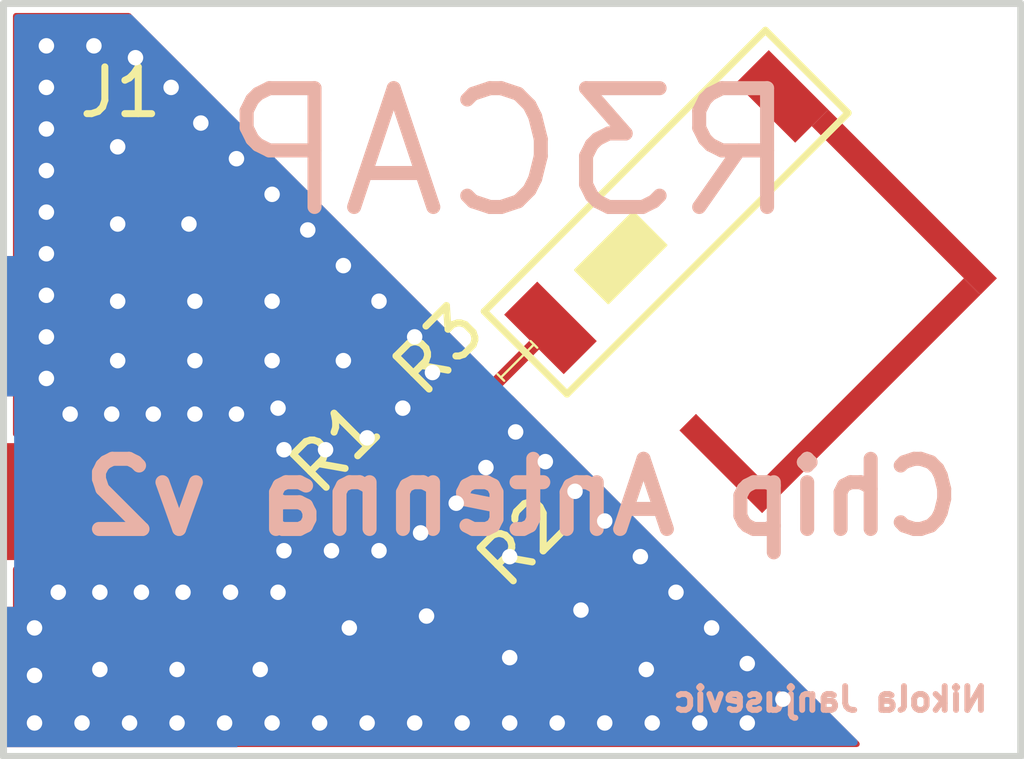
<source format=kicad_pcb>
(kicad_pcb (version 20171130) (host pcbnew 5.0.2-bee76a0~70~ubuntu16.04.1)

  (general
    (thickness 1.6)
    (drawings 7)
    (tracks 96)
    (zones 0)
    (modules 5)
    (nets 4)
  )

  (page A4)
  (layers
    (0 F.Cu signal)
    (1 In1.Cu signal)
    (2 In2.Cu signal)
    (31 B.Cu signal)
    (36 B.SilkS user)
    (37 F.SilkS user)
    (38 B.Mask user)
    (39 F.Mask user)
    (40 Dwgs.User user)
    (44 Edge.Cuts user)
    (45 Margin user)
    (46 B.CrtYd user)
    (47 F.CrtYd user)
  )

  (setup
    (last_trace_width 0.2794)
    (user_trace_width 0.127)
    (user_trace_width 0.1524)
    (user_trace_width 0.254)
    (user_trace_width 0.2794)
    (user_trace_width 0.381)
    (user_trace_width 0.4572)
    (user_trace_width 0.8128)
    (trace_clearance 0.127)
    (zone_clearance 0.127)
    (zone_45_only no)
    (trace_min 0.127)
    (segment_width 0.15)
    (edge_width 0.15)
    (via_size 0.6858)
    (via_drill 0.3302)
    (via_min_size 0.508)
    (via_min_drill 0.254)
    (uvia_size 0.6858)
    (uvia_drill 0.3302)
    (uvias_allowed no)
    (uvia_min_size 0.2)
    (uvia_min_drill 0.1)
    (pcb_text_width 0.3)
    (pcb_text_size 1.5 1.5)
    (mod_edge_width 0.15)
    (mod_text_size 1 1)
    (mod_text_width 0.15)
    (pad_size 1 1.8)
    (pad_drill 0)
    (pad_to_mask_clearance 0.0508)
    (solder_mask_min_width 0.25)
    (aux_axis_origin 0 0)
    (visible_elements FFFFFF7F)
    (pcbplotparams
      (layerselection 0x010f0_ffffffff)
      (usegerberextensions true)
      (usegerberattributes false)
      (usegerberadvancedattributes false)
      (creategerberjobfile false)
      (excludeedgelayer true)
      (linewidth 0.100000)
      (plotframeref false)
      (viasonmask false)
      (mode 1)
      (useauxorigin false)
      (hpglpennumber 1)
      (hpglpenspeed 20)
      (hpglpendiameter 15.000000)
      (psnegative false)
      (psa4output false)
      (plotreference true)
      (plotvalue true)
      (plotinvisibletext false)
      (padsonsilk false)
      (subtractmaskfromsilk false)
      (outputformat 1)
      (mirror false)
      (drillshape 0)
      (scaleselection 1)
      (outputdirectory "gerbs/"))
  )

  (net 0 "")
  (net 1 "Net-(AE1-Pad1)")
  (net 2 "Net-(J1-Pad1)")
  (net 3 GND)

  (net_class Default "This is the default net class."
    (clearance 0.127)
    (trace_width 0.127)
    (via_dia 0.6858)
    (via_drill 0.3302)
    (uvia_dia 0.6858)
    (uvia_drill 0.3302)
    (diff_pair_gap 0.1524)
    (diff_pair_width 0.1524)
    (add_net GND)
    (add_net "Net-(AE1-Pad1)")
    (add_net "Net-(J1-Pad1)")
  )

  (module footprints:SMA-EDGE-16 (layer F.Cu) (tedit 5C743A89) (tstamp 5CB027B7)
    (at 163 69.9 180)
    (path /5C746049)
    (fp_text reference J1 (at 0 3.5 180) (layer F.SilkS)
      (effects (font (size 1 1) (thickness 0.15)))
    )
    (fp_text value SMA (at 0 -11.5 180) (layer F.Fab)
      (effects (font (size 1 1) (thickness 0.15)))
    )
    (pad 1 smd rect (at 0 -1.5 180) (size 5 3) (layers F.Cu F.Paste F.Mask)
      (net 3 GND))
    (pad 2 smd rect (at 0 -7.5 180) (size 5 3) (drill (offset 0 -1.5)) (layers F.Cu F.Paste F.Mask)
      (net 3 GND))
    (pad 3 smd rect (at 0 0 180) (size 5 3) (drill (offset 0 -1.5)) (layers B.Cu B.Paste B.Mask)
      (net 3 GND))
    (pad 4 smd rect (at 0 -7.5 180) (size 5 3) (drill (offset 0 -1.5)) (layers B.Cu B.Paste B.Mask)
      (net 3 GND))
    (pad 5 smd rect (at 0 -5.25 180) (size 5 2.5) (layers F.Cu F.Paste F.Mask)
      (net 2 "Net-(J1-Pad1)"))
  )

  (module footprints:0915AT43A0026 (layer F.Cu) (tedit 5C7434F2) (tstamp 5CB0326F)
    (at 172.194774 71.435911 45)
    (path /5C7458F3)
    (fp_text reference AE1 (at 3.5 -2.3 45) (layer F.SilkS) hide
      (effects (font (size 1 1) (thickness 0.15)))
    )
    (fp_text value Antenna_Chip (at 3.181981 -2.474874 45) (layer F.Fab)
      (effects (font (size 1 1) (thickness 0.15)))
    )
    (fp_line (start -0.75 -1.25) (end 7.75 -1.25) (layer F.SilkS) (width 0.15))
    (fp_line (start 7.75 -1.25) (end 7.75 1.25) (layer F.SilkS) (width 0.15))
    (fp_line (start 7.75 1.25) (end -0.75 1.25) (layer F.SilkS) (width 0.15))
    (fp_line (start -0.75 1.25) (end -0.75 -1.25) (layer F.SilkS) (width 0.15))
    (fp_line (start -0.75 -1.25) (end -0.75 -1) (layer F.SilkS) (width 0.15))
    (fp_poly (pts (xy 1.25 -0.5) (xy 1.25 0.5) (xy 3 0.5) (xy 3 -0.5)) (layer F.SilkS) (width 0.0508))
    (fp_poly (pts (xy 7 0.9) (xy 7.5 0.9) (xy 7.5 6) (xy 7 6)) (layer F.Cu) (width 0.00001))
    (fp_poly (pts (xy 7 6) (xy 7 5.5) (xy 0.4 5.5) (xy 0.4 6)) (layer F.Cu) (width 0.00001))
    (fp_poly (pts (xy 0.4 3.5) (xy 0.4 5.5) (xy 0.9 5.5) (xy 0.9 3.5)) (layer F.Cu) (width 0.00001))
    (fp_line (start -0.5 0) (end -1.5 0) (layer F.SilkS) (width 0.05))
    (fp_line (start -1.5 -0.1) (end -1.5 0.1) (layer F.SilkS) (width 0.05))
    (fp_line (start -0.5 -0.1) (end -0.5 0.1) (layer F.SilkS) (width 0.05))
    (pad 1 smd rect (at 0 0 45) (size 1 1.8) (layers F.Cu F.Paste F.Mask)
      (net 1 "Net-(AE1-Pad1)"))
    (pad 2 smd rect (at 6.999999 0 45) (size 1 1.8) (layers F.Cu F.Paste F.Mask))
  )

  (module Resistor_SMD:R_0402_1005Metric (layer F.Cu) (tedit 5B301BBD) (tstamp 5CB032E7)
    (at 168.871372 75.46642 315)
    (descr "Resistor SMD 0402 (1005 Metric), square (rectangular) end terminal, IPC_7351 nominal, (Body size source: http://www.tortai-tech.com/upload/download/2011102023233369053.pdf), generated with kicad-footprint-generator")
    (tags resistor)
    (path /5C7464CC)
    (attr smd)
    (fp_text reference R1 (at -1.935911 -0.13792 45) (layer F.SilkS)
      (effects (font (size 1 1) (thickness 0.15)))
    )
    (fp_text value LC (at 0 1.17 315) (layer F.Fab)
      (effects (font (size 1 1) (thickness 0.15)))
    )
    (fp_line (start -0.5 0.25) (end -0.5 -0.25) (layer F.Fab) (width 0.1))
    (fp_line (start -0.5 -0.25) (end 0.5 -0.25) (layer F.Fab) (width 0.1))
    (fp_line (start 0.5 -0.25) (end 0.5 0.25) (layer F.Fab) (width 0.1))
    (fp_line (start 0.5 0.25) (end -0.5 0.25) (layer F.Fab) (width 0.1))
    (fp_line (start -0.93 0.47) (end -0.93 -0.47) (layer F.CrtYd) (width 0.05))
    (fp_line (start -0.93 -0.47) (end 0.93 -0.47) (layer F.CrtYd) (width 0.05))
    (fp_line (start 0.93 -0.47) (end 0.93 0.47) (layer F.CrtYd) (width 0.05))
    (fp_line (start 0.93 0.47) (end -0.93 0.47) (layer F.CrtYd) (width 0.05))
    (fp_text user %R (at 0 0 315) (layer F.Fab)
      (effects (font (size 0.25 0.25) (thickness 0.04)))
    )
    (pad 1 smd roundrect (at -0.485 0 315) (size 0.59 0.64) (layers F.Cu F.Paste F.Mask) (roundrect_rratio 0.25)
      (net 2 "Net-(J1-Pad1)"))
    (pad 2 smd roundrect (at 0.485 0 315) (size 0.59 0.64) (layers F.Cu F.Paste F.Mask) (roundrect_rratio 0.25)
      (net 3 GND))
    (model ${KISYS3DMOD}/Resistor_SMD.3dshapes/R_0402_1005Metric.wrl
      (at (xyz 0 0 0))
      (scale (xyz 1 1 1))
      (rotate (xyz 0 0 0))
    )
  )

  (module Resistor_SMD:R_0402_1005Metric (layer F.Cu) (tedit 5B301BBD) (tstamp 5CB03293)
    (at 169.64919 73.981496 225)
    (descr "Resistor SMD 0402 (1005 Metric), square (rectangular) end terminal, IPC_7351 nominal, (Body size source: http://www.tortai-tech.com/upload/download/2011102023233369053.pdf), generated with kicad-footprint-generator")
    (tags resistor)
    (path /5C7465BC)
    (attr smd)
    (fp_text reference R2 (at 0.047867 -2.806729 225) (layer F.SilkS)
      (effects (font (size 1 1) (thickness 0.15)))
    )
    (fp_text value LC (at 0 1.17 225) (layer F.Fab)
      (effects (font (size 1 1) (thickness 0.15)))
    )
    (fp_line (start -0.5 0.25) (end -0.5 -0.25) (layer F.Fab) (width 0.1))
    (fp_line (start -0.5 -0.25) (end 0.5 -0.25) (layer F.Fab) (width 0.1))
    (fp_line (start 0.5 -0.25) (end 0.5 0.25) (layer F.Fab) (width 0.1))
    (fp_line (start 0.5 0.25) (end -0.5 0.25) (layer F.Fab) (width 0.1))
    (fp_line (start -0.93 0.47) (end -0.93 -0.47) (layer F.CrtYd) (width 0.05))
    (fp_line (start -0.93 -0.47) (end 0.93 -0.47) (layer F.CrtYd) (width 0.05))
    (fp_line (start 0.93 -0.47) (end 0.93 0.47) (layer F.CrtYd) (width 0.05))
    (fp_line (start 0.93 0.47) (end -0.93 0.47) (layer F.CrtYd) (width 0.05))
    (fp_text user %R (at 0 0 225) (layer F.Fab)
      (effects (font (size 0.25 0.25) (thickness 0.04)))
    )
    (pad 1 smd roundrect (at -0.485 0 225) (size 0.59 0.64) (layers F.Cu F.Paste F.Mask) (roundrect_rratio 0.25)
      (net 1 "Net-(AE1-Pad1)"))
    (pad 2 smd roundrect (at 0.485 0 225) (size 0.59 0.64) (layers F.Cu F.Paste F.Mask) (roundrect_rratio 0.25)
      (net 2 "Net-(J1-Pad1)"))
    (model ${KISYS3DMOD}/Resistor_SMD.3dshapes/R_0402_1005Metric.wrl
      (at (xyz 0 0 0))
      (scale (xyz 1 1 1))
      (rotate (xyz 0 0 0))
    )
  )

  (module Resistor_SMD:R_0402_1005Metric (layer F.Cu) (tedit 5B301BBD) (tstamp 5CB03782)
    (at 171.134114 73.203678 315)
    (descr "Resistor SMD 0402 (1005 Metric), square (rectangular) end terminal, IPC_7351 nominal, (Body size source: http://www.tortai-tech.com/upload/download/2011102023233369053.pdf), generated with kicad-footprint-generator")
    (tags resistor)
    (path /5C746594)
    (attr smd)
    (fp_text reference R3 (at -1.865201 0.021522 45) (layer F.SilkS)
      (effects (font (size 1 1) (thickness 0.15)))
    )
    (fp_text value LC (at 0 1.17 315) (layer F.Fab)
      (effects (font (size 1 1) (thickness 0.15)))
    )
    (fp_text user %R (at 0 0 315) (layer F.Fab)
      (effects (font (size 0.25 0.25) (thickness 0.04)))
    )
    (fp_line (start 0.93 0.47) (end -0.93 0.47) (layer F.CrtYd) (width 0.05))
    (fp_line (start 0.93 -0.47) (end 0.93 0.47) (layer F.CrtYd) (width 0.05))
    (fp_line (start -0.93 -0.47) (end 0.93 -0.47) (layer F.CrtYd) (width 0.05))
    (fp_line (start -0.93 0.47) (end -0.93 -0.47) (layer F.CrtYd) (width 0.05))
    (fp_line (start 0.5 0.25) (end -0.5 0.25) (layer F.Fab) (width 0.1))
    (fp_line (start 0.5 -0.25) (end 0.5 0.25) (layer F.Fab) (width 0.1))
    (fp_line (start -0.5 -0.25) (end 0.5 -0.25) (layer F.Fab) (width 0.1))
    (fp_line (start -0.5 0.25) (end -0.5 -0.25) (layer F.Fab) (width 0.1))
    (pad 2 smd roundrect (at 0.485 0 315) (size 0.59 0.64) (layers F.Cu F.Paste F.Mask) (roundrect_rratio 0.25)
      (net 3 GND))
    (pad 1 smd roundrect (at -0.485 0 315) (size 0.59 0.64) (layers F.Cu F.Paste F.Mask) (roundrect_rratio 0.25)
      (net 1 "Net-(AE1-Pad1)"))
    (model ${KISYS3DMOD}/Resistor_SMD.3dshapes/R_0402_1005Metric.wrl
      (at (xyz 0 0 0))
      (scale (xyz 1 1 1))
      (rotate (xyz 0 0 0))
    )
  )

  (gr_text "Nikola Janjusevic" (at 178.181 79.375) (layer B.SilkS)
    (effects (font (size 0.508 0.508) (thickness 0.127)) (justify mirror))
  )
  (gr_text "Chip Antenna v2" (at 171.577 75.057) (layer B.SilkS)
    (effects (font (size 1.5 1.5) (thickness 0.3)) (justify mirror))
  )
  (gr_text "R3CAP\n" (at 171.323 67.691) (layer B.SilkS)
    (effects (font (size 2.54 2.54) (thickness 0.3)) (justify mirror))
  )
  (gr_line (start 160.5 64.5) (end 160.5 80.6) (layer Edge.Cuts) (width 0.15) (tstamp 5CB03BB9))
  (gr_line (start 160.5 64.5) (end 182.25 64.5) (layer Edge.Cuts) (width 0.15) (tstamp 5CB03BB5))
  (gr_line (start 160.5 80.6) (end 182.25 80.6) (layer Edge.Cuts) (width 0.15))
  (gr_line (start 182.25 64.5) (end 182.25 80.6) (layer Edge.Cuts) (width 0.15))

  (segment (start 172.194774 71.457124) (end 170.791167 72.860731) (width 0.2794) (layer F.Cu) (net 1))
  (segment (start 172.194774 71.435911) (end 172.194774 71.457124) (width 0.2794) (layer F.Cu) (net 1))
  (segment (start 170.013349 73.638549) (end 170.791167 72.860731) (width 0.2794) (layer F.Cu) (net 1))
  (segment (start 169.992137 73.638549) (end 170.013349 73.638549) (width 0.2794) (layer F.Cu) (net 1))
  (segment (start 169.306243 74.345655) (end 168.528425 75.123473) (width 0.2794) (layer F.Cu) (net 2))
  (segment (start 169.306243 74.324443) (end 169.306243 74.345655) (width 0.2794) (layer F.Cu) (net 2))
  (segment (start 163.026527 75.123473) (end 163 75.15) (width 0.2794) (layer F.Cu) (net 2))
  (segment (start 168.528425 75.123473) (end 163.026527 75.123473) (width 0.2794) (layer F.Cu) (net 2))
  (via (at 164.211 78.74) (size 0.6858) (drill 0.3302) (layers F.Cu B.Cu) (net 3))
  (via (at 162.56 78.74) (size 0.6858) (drill 0.3302) (layers F.Cu B.Cu) (net 3))
  (via (at 164.592 72.136) (size 0.6858) (drill 0.3302) (layers F.Cu B.Cu) (net 3))
  (via (at 162.941 72.136) (size 0.6858) (drill 0.3302) (layers F.Cu B.Cu) (net 3))
  (via (at 164.592 70.866) (size 0.6858) (drill 0.3302) (layers F.Cu B.Cu) (net 3))
  (via (at 162.941 70.866) (size 0.6858) (drill 0.3302) (layers F.Cu B.Cu) (net 3))
  (via (at 161.417 72.517) (size 0.6858) (drill 0.3302) (layers F.Cu B.Cu) (net 3))
  (via (at 161.417 71.628) (size 0.6858) (drill 0.3302) (layers F.Cu B.Cu) (net 3))
  (via (at 161.417 70.739) (size 0.6858) (drill 0.3302) (layers F.Cu B.Cu) (net 3))
  (via (at 169.418 75.819) (size 0.6858) (drill 0.3302) (layers F.Cu B.Cu) (net 3))
  (via (at 161.163 77.851) (size 0.6858) (drill 0.3302) (layers F.Cu B.Cu) (net 3))
  (via (at 161.163 78.867) (size 0.6858) (drill 0.3302) (layers F.Cu B.Cu) (net 3))
  (via (at 161.163 79.883) (size 0.6858) (drill 0.3302) (layers F.Cu B.Cu) (net 3))
  (via (at 162.179 79.883) (size 0.6858) (drill 0.3302) (layers F.Cu B.Cu) (net 3))
  (via (at 163.195 79.883) (size 0.6858) (drill 0.3302) (layers F.Cu B.Cu) (net 3))
  (via (at 164.211 79.883) (size 0.6858) (drill 0.3302) (layers F.Cu B.Cu) (net 3))
  (via (at 165.227 79.883) (size 0.6858) (drill 0.3302) (layers F.Cu B.Cu) (net 3))
  (via (at 171.45 73.66) (size 0.6858) (drill 0.3302) (layers F.Cu B.Cu) (net 3))
  (via (at 172.085 74.295) (size 0.6858) (drill 0.3302) (layers F.Cu B.Cu) (net 3))
  (via (at 172.72 74.93) (size 0.6858) (drill 0.3302) (layers F.Cu B.Cu) (net 3))
  (via (at 173.355 75.565) (size 0.6858) (drill 0.3302) (layers F.Cu B.Cu) (net 3))
  (via (at 174.117 76.327) (size 0.6858) (drill 0.3302) (layers F.Cu B.Cu) (net 3))
  (via (at 174.879 77.089) (size 0.6858) (drill 0.3302) (layers F.Cu B.Cu) (net 3))
  (via (at 175.641 77.851) (size 0.6858) (drill 0.3302) (layers F.Cu B.Cu) (net 3))
  (via (at 176.403 78.613) (size 0.6858) (drill 0.3302) (layers F.Cu B.Cu) (net 3))
  (via (at 177.165 79.375) (size 0.6858) (drill 0.3302) (layers F.Cu B.Cu) (net 3))
  (via (at 176.403 79.883) (size 0.6858) (drill 0.3302) (layers F.Cu B.Cu) (net 3))
  (via (at 175.387 79.883) (size 0.6858) (drill 0.3302) (layers F.Cu B.Cu) (net 3))
  (via (at 174.371 79.883) (size 0.6858) (drill 0.3302) (layers F.Cu B.Cu) (net 3))
  (via (at 173.355 79.883) (size 0.6858) (drill 0.3302) (layers F.Cu B.Cu) (net 3))
  (via (at 172.339 79.883) (size 0.6858) (drill 0.3302) (layers F.Cu B.Cu) (net 3))
  (via (at 171.323 79.883) (size 0.6858) (drill 0.3302) (layers F.Cu B.Cu) (net 3))
  (via (at 170.307 79.883) (size 0.6858) (drill 0.3302) (layers F.Cu B.Cu) (net 3))
  (via (at 169.291 79.883) (size 0.6858) (drill 0.3302) (layers F.Cu B.Cu) (net 3))
  (via (at 168.275 79.883) (size 0.6858) (drill 0.3302) (layers F.Cu B.Cu) (net 3))
  (via (at 167.259 79.883) (size 0.6858) (drill 0.3302) (layers F.Cu B.Cu) (net 3))
  (via (at 166.243 79.883) (size 0.6858) (drill 0.3302) (layers F.Cu B.Cu) (net 3))
  (via (at 161.417 65.405) (size 0.6858) (drill 0.3302) (layers F.Cu B.Cu) (net 3))
  (via (at 162.433 65.405) (size 0.6858) (drill 0.3302) (layers F.Cu B.Cu) (net 3))
  (via (at 163.322 65.659) (size 0.6858) (drill 0.3302) (layers F.Cu B.Cu) (net 3))
  (via (at 164.084 66.294) (size 0.6858) (drill 0.3302) (layers F.Cu B.Cu) (net 3))
  (via (at 164.719 67.056) (size 0.6858) (drill 0.3302) (layers F.Cu B.Cu) (net 3))
  (via (at 165.481 67.818) (size 0.6858) (drill 0.3302) (layers F.Cu B.Cu) (net 3))
  (via (at 166.243 68.58) (size 0.6858) (drill 0.3302) (layers F.Cu B.Cu) (net 3))
  (via (at 167.005 69.342) (size 0.6858) (drill 0.3302) (layers F.Cu B.Cu) (net 3))
  (via (at 167.767 70.104) (size 0.6858) (drill 0.3302) (layers F.Cu B.Cu) (net 3))
  (via (at 168.529 70.866) (size 0.6858) (drill 0.3302) (layers F.Cu B.Cu) (net 3))
  (via (at 169.291 71.628) (size 0.6858) (drill 0.3302) (layers F.Cu B.Cu) (net 3))
  (via (at 169.672 72.39) (size 0.6858) (drill 0.3302) (layers F.Cu B.Cu) (net 3))
  (via (at 169.037 73.152) (size 0.6858) (drill 0.3302) (layers F.Cu B.Cu) (net 3))
  (via (at 168.275 73.787) (size 0.6858) (drill 0.3302) (layers F.Cu B.Cu) (net 3))
  (via (at 167.386 74.041) (size 0.6858) (drill 0.3302) (layers F.Cu B.Cu) (net 3))
  (via (at 166.497 74.041) (size 0.6858) (drill 0.3302) (layers F.Cu B.Cu) (net 3))
  (via (at 170.815 74.422) (size 0.6858) (drill 0.3302) (layers F.Cu B.Cu) (net 3))
  (via (at 170.18 75.184) (size 0.6858) (drill 0.3302) (layers F.Cu B.Cu) (net 3))
  (via (at 168.529 76.2) (size 0.6858) (drill 0.3302) (layers F.Cu B.Cu) (net 3))
  (via (at 167.513 76.2) (size 0.6858) (drill 0.3302) (layers F.Cu B.Cu) (net 3))
  (via (at 166.497 76.2) (size 0.6858) (drill 0.3302) (layers F.Cu B.Cu) (net 3))
  (via (at 161.671 77.089) (size 0.6858) (drill 0.3302) (layers F.Cu B.Cu) (net 3))
  (via (at 162.56 77.089) (size 0.6858) (drill 0.3302) (layers F.Cu B.Cu) (net 3))
  (via (at 163.449 77.089) (size 0.6858) (drill 0.3302) (layers F.Cu B.Cu) (net 3))
  (via (at 164.338 77.089) (size 0.6858) (drill 0.3302) (layers F.Cu B.Cu) (net 3))
  (via (at 165.354 77.089) (size 0.6858) (drill 0.3302) (layers F.Cu B.Cu) (net 3))
  (via (at 166.37 77.089) (size 0.6858) (drill 0.3302) (layers F.Cu B.Cu) (net 3))
  (via (at 161.417 66.294) (size 0.6858) (drill 0.3302) (layers F.Cu B.Cu) (net 3))
  (via (at 161.417 67.183) (size 0.6858) (drill 0.3302) (layers F.Cu B.Cu) (net 3))
  (via (at 161.417 68.072) (size 0.6858) (drill 0.3302) (layers F.Cu B.Cu) (net 3))
  (via (at 161.417 68.961) (size 0.6858) (drill 0.3302) (layers F.Cu B.Cu) (net 3))
  (via (at 161.417 69.85) (size 0.6858) (drill 0.3302) (layers F.Cu B.Cu) (net 3))
  (via (at 161.925 73.279) (size 0.6858) (drill 0.3302) (layers F.Cu B.Cu) (net 3))
  (via (at 162.814 73.279) (size 0.6858) (drill 0.3302) (layers F.Cu B.Cu) (net 3))
  (via (at 163.703 73.279) (size 0.6858) (drill 0.3302) (layers F.Cu B.Cu) (net 3))
  (via (at 164.592 73.279) (size 0.6858) (drill 0.3302) (layers F.Cu B.Cu) (net 3))
  (via (at 165.481 73.279) (size 0.6858) (drill 0.3302) (layers F.Cu B.Cu) (net 3))
  (via (at 166.37 73.152) (size 0.6858) (drill 0.3302) (layers F.Cu B.Cu) (net 3))
  (via (at 162.941 67.564) (size 0.6858) (drill 0.3302) (layers F.Cu B.Cu) (net 3))
  (via (at 162.941 69.215) (size 0.6858) (drill 0.3302) (layers F.Cu B.Cu) (net 3))
  (via (at 164.465 69.215) (size 0.6858) (drill 0.3302) (layers F.Cu B.Cu) (net 3))
  (via (at 166.243 70.866) (size 0.6858) (drill 0.3302) (layers F.Cu B.Cu) (net 3))
  (via (at 166.243 72.136) (size 0.6858) (drill 0.3302) (layers F.Cu B.Cu) (net 3))
  (via (at 167.767 72.136) (size 0.6858) (drill 0.3302) (layers F.Cu B.Cu) (net 3))
  (via (at 165.989 78.74) (size 0.6858) (drill 0.3302) (layers F.Cu B.Cu) (net 3))
  (via (at 167.894 77.851) (size 0.6858) (drill 0.3302) (layers F.Cu B.Cu) (net 3))
  (via (at 169.545 77.597) (size 0.6858) (drill 0.3302) (layers F.Cu B.Cu) (net 3))
  (via (at 171.323 76.327) (size 0.6858) (drill 0.3302) (layers F.Cu B.Cu) (net 3))
  (via (at 172.847 77.47) (size 0.6858) (drill 0.3302) (layers F.Cu B.Cu) (net 3))
  (via (at 174.244 78.74) (size 0.6858) (drill 0.3302) (layers F.Cu B.Cu) (net 3))
  (via (at 171.323 78.486) (size 0.6858) (drill 0.3302) (layers F.Cu B.Cu) (net 3))

  (zone (net 3) (net_name GND) (layer F.Cu) (tstamp 5C745867) (hatch edge 0.508)
    (connect_pads yes (clearance 0.127))
    (min_thickness 0.127)
    (fill yes (arc_segments 16) (thermal_gap 0.508) (thermal_bridge_width 0.508))
    (polygon
      (pts
        (xy 160.5 64.5) (xy 163 64.5) (xy 179.1 80.6) (xy 160.6 80.6)
      )
    )
    (filled_polygon
      (pts
        (xy 178.744698 80.3345) (xy 160.7655 80.3345) (xy 160.7655 76.594232) (xy 165.5 76.594232) (xy 165.574329 76.579447)
        (xy 165.637343 76.537343) (xy 165.679447 76.474329) (xy 165.694232 76.4) (xy 165.694232 75.453673) (xy 168.131391 75.453673)
        (xy 168.269106 75.591388) (xy 168.379972 75.665466) (xy 168.510747 75.691479) (xy 168.641522 75.665466) (xy 168.752388 75.591388)
        (xy 168.99634 75.347436) (xy 169.070418 75.23657) (xy 169.096431 75.105795) (xy 169.082601 75.03627) (xy 169.242598 74.876273)
        (xy 169.323921 74.892449) (xy 169.454696 74.866436) (xy 169.565562 74.792358) (xy 169.774158 74.583762) (xy 169.848236 74.472896)
        (xy 169.874249 74.342121) (xy 169.848236 74.211346) (xy 169.786208 74.118514) (xy 169.87904 74.180542) (xy 170.009815 74.206555)
        (xy 170.14059 74.180542) (xy 170.251456 74.106464) (xy 170.460052 73.897868) (xy 170.53413 73.787002) (xy 170.560143 73.656227)
        (xy 170.543967 73.574904) (xy 170.703964 73.414907) (xy 170.773489 73.428737) (xy 170.904264 73.402724) (xy 171.01513 73.328646)
        (xy 171.259082 73.084694) (xy 171.33316 72.973828) (xy 171.341599 72.931401)
      )
    )
    (filled_polygon
      (pts
        (xy 170.720497 72.310299) (xy 170.67807 72.318738) (xy 170.567204 72.392816) (xy 170.323252 72.636768) (xy 170.249174 72.747634)
        (xy 170.223161 72.878409) (xy 170.236991 72.947934) (xy 170.091167 73.093758) (xy 169.974459 73.070543) (xy 169.843684 73.096556)
        (xy 169.732818 73.170634) (xy 169.524222 73.37923) (xy 169.450144 73.490096) (xy 169.424131 73.620871) (xy 169.450144 73.751646)
        (xy 169.512172 73.844478) (xy 169.41934 73.78245) (xy 169.288565 73.756437) (xy 169.15779 73.78245) (xy 169.046924 73.856528)
        (xy 168.838328 74.065124) (xy 168.76425 74.17599) (xy 168.738237 74.306765) (xy 168.761452 74.423473) (xy 168.615628 74.569297)
        (xy 168.546103 74.555467) (xy 168.415328 74.58148) (xy 168.304462 74.655558) (xy 168.166747 74.793273) (xy 165.694232 74.793273)
        (xy 165.694232 73.9) (xy 165.679447 73.825671) (xy 165.637343 73.762657) (xy 165.574329 73.720553) (xy 165.5 73.705768)
        (xy 160.7655 73.705768) (xy 160.7655 64.7655) (xy 163.175698 64.7655)
      )
    )
  )
  (zone (net 3) (net_name GND) (layer B.Cu) (tstamp 5C745864) (hatch edge 0.508)
    (connect_pads yes (clearance 0.1524))
    (min_thickness 0.1524)
    (fill yes (arc_segments 16) (thermal_gap 0.508) (thermal_bridge_width 0.508))
    (polygon
      (pts
        (xy 160.5 64.5) (xy 163 64.5) (xy 179.1 80.6) (xy 160.5 80.6)
      )
    )
    (filled_polygon
      (pts
        (xy 178.688636 80.2964) (xy 160.8036 80.2964) (xy 160.8036 64.8036) (xy 163.195836 64.8036)
      )
    )
  )
  (zone (net 3) (net_name GND) (layer In1.Cu) (tstamp 5C745861) (hatch edge 0.508)
    (connect_pads yes (clearance 0.127))
    (min_thickness 0.127)
    (fill yes (arc_segments 16) (thermal_gap 0.508) (thermal_bridge_width 0.508))
    (polygon
      (pts
        (xy 179.1208 80.6196) (xy 162.9918 64.4906) (xy 160.5026 64.4906) (xy 160.5026 80.5942)
      )
    )
    (filled_polygon
      (pts
        (xy 178.745898 80.3345) (xy 160.7655 80.3345) (xy 160.7655 64.7655) (xy 163.176898 64.7655)
      )
    )
  )
  (zone (net 3) (net_name GND) (layer In2.Cu) (tstamp 5C74585E) (hatch edge 0.508)
    (connect_pads yes (clearance 0.127))
    (min_thickness 0.127)
    (fill yes (arc_segments 16) (thermal_gap 0.508) (thermal_bridge_width 0.508))
    (polygon
      (pts
        (xy 160.5026 64.516) (xy 160.5026 80.5942) (xy 179.0954 80.5942) (xy 162.9918 64.4906) (xy 160.5026 64.4906)
        (xy 160.5026 64.5414) (xy 160.5026 64.4906)
      )
    )
    (filled_polygon
      (pts
        (xy 178.745898 80.3345) (xy 160.7655 80.3345) (xy 160.7655 64.7655) (xy 163.176898 64.7655)
      )
    )
  )
)

</source>
